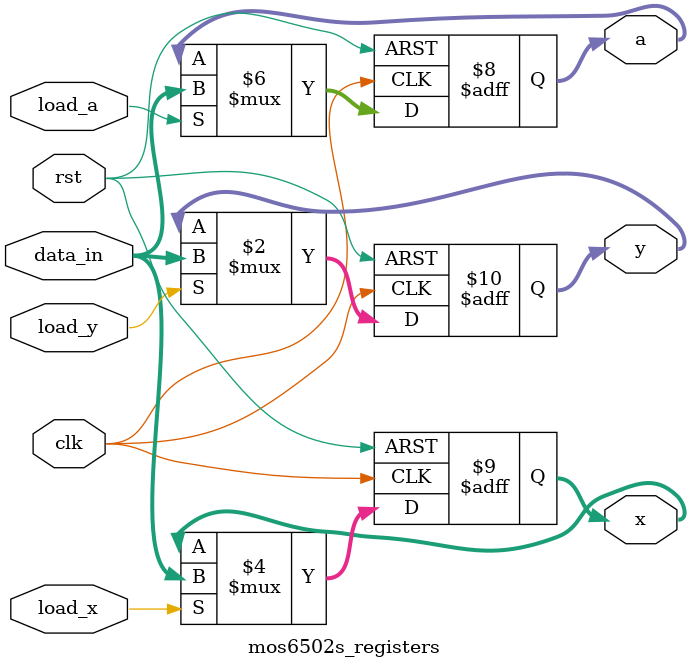
<source format=v>
module mos6502s_registers (
  input        clk,
  input        rst,
  input  [7:0] data_in,
  input        load_a,
  input        load_x,
  input        load_y,
  output reg [7:0] a,
  output reg [7:0] x,
  output reg [7:0] y
);

  always @(posedge clk or posedge rst) begin
    if (rst) begin
      a <= 8'h00;
      x <= 8'h00;
      y <= 8'h00;
    end else begin
      if (load_a) a <= data_in;
      if (load_x) x <= data_in;
      if (load_y) y <= data_in;
    end
  end

endmodule

</source>
